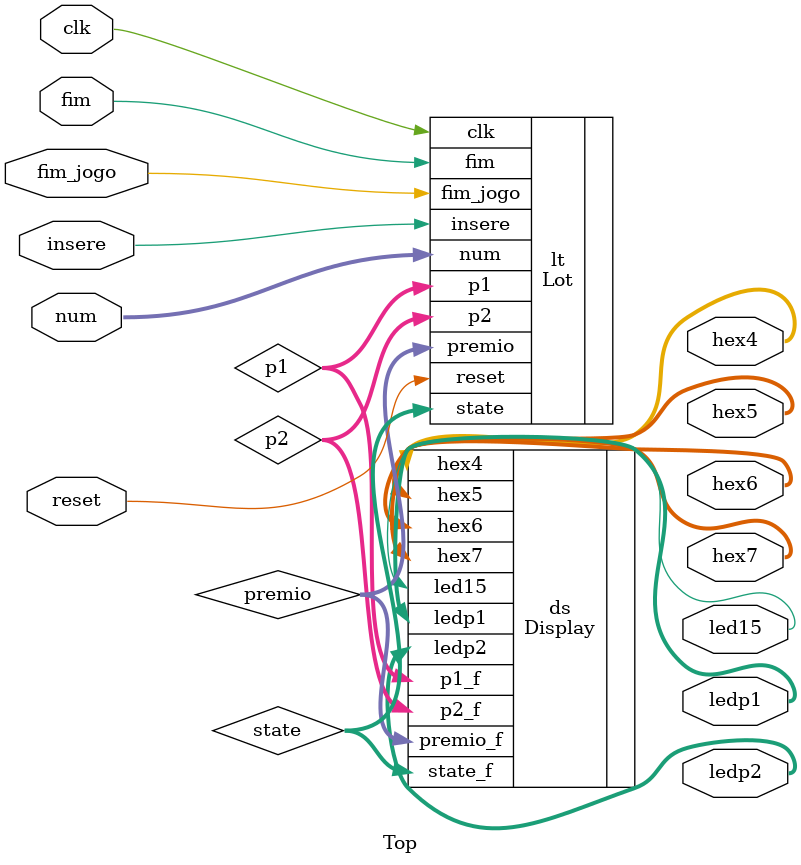
<source format=v>
module Top (
    clk, num, reset, fim,  fim_jogo, insere,  hex7, hex6, hex5, hex4, ledp1, ledp2, led15
);
   input  wire clk, reset, fim, insere, fim_jogo;
   input  wire  [0:3] num;
   output wire  [0:6] hex7, hex6, hex5, hex4;
   output wire  [0:1] ledp1,ledp2;
   output wire led15;
	
	 wire [0:1] premio;
    wire [0:4] p1, p2;
    wire [0:3] state;


   Lot lt(.clk(clk), .num(num), .reset(reset), .fim(fim), .fim_jogo(fim_jogo),.insere(insere), .premio(premio), . p1(p1), .p2(p2), .state(state));
   Display ds(.hex7(hex7), .hex6(hex6), .hex5(hex5), .hex4(hex4), .ledp1(ledp1), .ledp2(ledp2), .led15(led15), .premio_f(premio), .p1_f(p1), .p2_f(p2), .state_f(state));

endmodule


</source>
